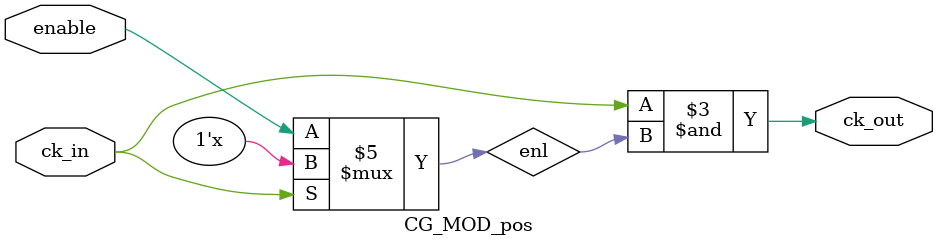
<source format=v>

module CG_MOD_neg (ck_in, enable, ck_out);
    input ck_in,enable;
    output ck_out;
    reg enl;

        always @ (ck_in or enable)
        if (ck_in)
            enl = enable ;
        assign ck_out = ck_in | ~enl;
endmodule


module CG_MOD_pos (ck_in, enable, ck_out);
input ck_in,enable;
output ck_out;
wire ck_inb;
reg enl;

    assign ck_inb = ~ck_in;
    always @ (ck_inb or enable )
    if (ck_inb)
        enl = enable;
    assign ck_out = ck_in & enl;
    
endmodule

</source>
